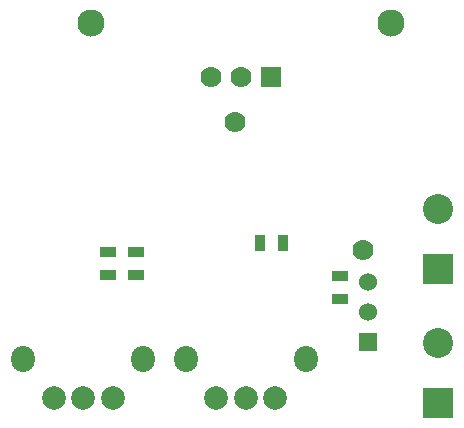
<source format=gbs>
G04 (created by PCBNEW (2013-07-07 BZR 4022)-stable) date 26/09/2015 17:58:38*
%MOIN*%
G04 Gerber Fmt 3.4, Leading zero omitted, Abs format*
%FSLAX34Y34*%
G01*
G70*
G90*
G04 APERTURE LIST*
%ADD10C,0.00393701*%
%ADD11R,0.055X0.035*%
%ADD12R,0.035X0.055*%
%ADD13C,0.07*%
%ADD14R,0.06X0.06*%
%ADD15C,0.06*%
%ADD16C,0.0905512*%
%ADD17R,0.1X0.1*%
%ADD18C,0.1*%
%ADD19R,0.07X0.07*%
%ADD20C,0.0787402*%
%ADD21O,0.0787402X0.0866142*%
G04 APERTURE END LIST*
G54D10*
G54D11*
X53275Y-28225D03*
X53275Y-27475D03*
G54D12*
X50625Y-26375D03*
X51375Y-26375D03*
G54D11*
X45550Y-26675D03*
X45550Y-27425D03*
X46475Y-26675D03*
X46475Y-27425D03*
G54D13*
X49803Y-22353D03*
X54046Y-26596D03*
G54D14*
X54225Y-29675D03*
G54D15*
X54225Y-28675D03*
X54225Y-27675D03*
G54D16*
X45000Y-19050D03*
X55000Y-19050D03*
G54D17*
X56550Y-31700D03*
G54D18*
X56550Y-29700D03*
G54D17*
X56550Y-27250D03*
G54D18*
X56550Y-25250D03*
G54D13*
X48975Y-20825D03*
X49975Y-20825D03*
G54D19*
X50975Y-20825D03*
G54D20*
X50150Y-31525D03*
X51134Y-31525D03*
X49165Y-31525D03*
G54D21*
X52157Y-30225D03*
X48142Y-30225D03*
G54D20*
X44725Y-31525D03*
X45709Y-31525D03*
X43740Y-31525D03*
G54D21*
X46732Y-30225D03*
X42717Y-30225D03*
M02*

</source>
